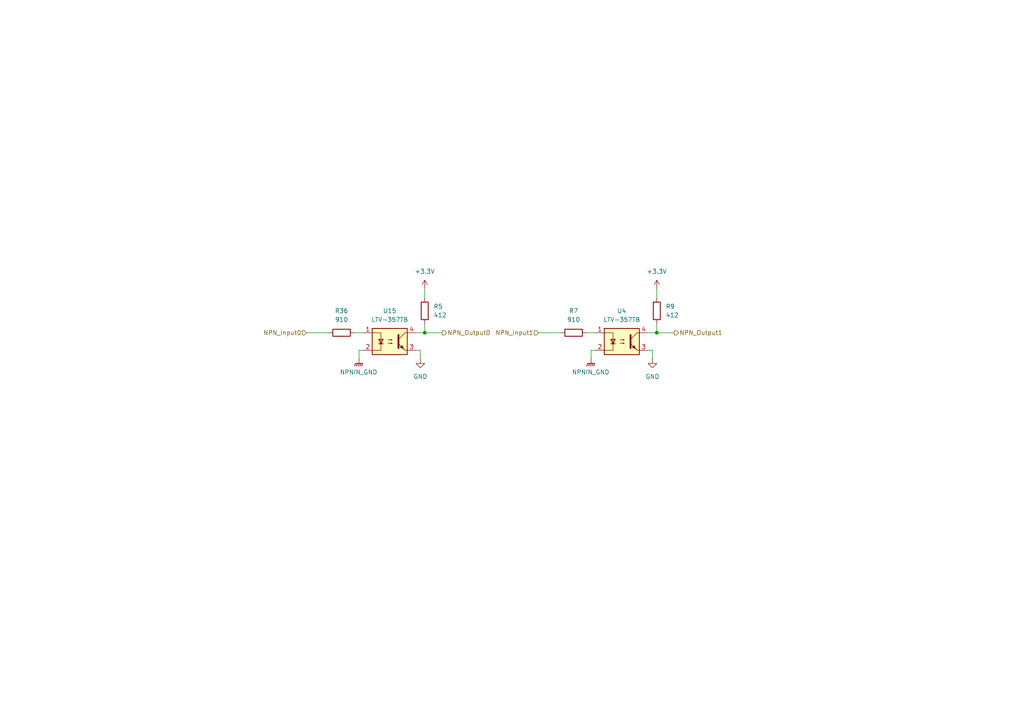
<source format=kicad_sch>
(kicad_sch
	(version 20250114)
	(generator "eeschema")
	(generator_version "9.0")
	(uuid "7efdc362-bb89-49bb-9e12-8599c529ea76")
	(paper "A4")
	(lib_symbols
		(symbol "Device:R"
			(pin_numbers
				(hide yes)
			)
			(pin_names
				(offset 0)
			)
			(exclude_from_sim no)
			(in_bom yes)
			(on_board yes)
			(property "Reference" "R"
				(at 2.032 0 90)
				(effects
					(font
						(size 1.27 1.27)
					)
				)
			)
			(property "Value" "R"
				(at 0 0 90)
				(effects
					(font
						(size 1.27 1.27)
					)
				)
			)
			(property "Footprint" ""
				(at -1.778 0 90)
				(effects
					(font
						(size 1.27 1.27)
					)
					(hide yes)
				)
			)
			(property "Datasheet" "~"
				(at 0 0 0)
				(effects
					(font
						(size 1.27 1.27)
					)
					(hide yes)
				)
			)
			(property "Description" "Resistor"
				(at 0 0 0)
				(effects
					(font
						(size 1.27 1.27)
					)
					(hide yes)
				)
			)
			(property "ki_keywords" "R res resistor"
				(at 0 0 0)
				(effects
					(font
						(size 1.27 1.27)
					)
					(hide yes)
				)
			)
			(property "ki_fp_filters" "R_*"
				(at 0 0 0)
				(effects
					(font
						(size 1.27 1.27)
					)
					(hide yes)
				)
			)
			(symbol "R_0_1"
				(rectangle
					(start -1.016 -2.54)
					(end 1.016 2.54)
					(stroke
						(width 0.254)
						(type default)
					)
					(fill
						(type none)
					)
				)
			)
			(symbol "R_1_1"
				(pin passive line
					(at 0 3.81 270)
					(length 1.27)
					(name "~"
						(effects
							(font
								(size 1.27 1.27)
							)
						)
					)
					(number "1"
						(effects
							(font
								(size 1.27 1.27)
							)
						)
					)
				)
				(pin passive line
					(at 0 -3.81 90)
					(length 1.27)
					(name "~"
						(effects
							(font
								(size 1.27 1.27)
							)
						)
					)
					(number "2"
						(effects
							(font
								(size 1.27 1.27)
							)
						)
					)
				)
			)
			(embedded_fonts no)
		)
		(symbol "Isolator:LTV-357T"
			(pin_names
				(offset 1.016)
			)
			(exclude_from_sim no)
			(in_bom yes)
			(on_board yes)
			(property "Reference" "U"
				(at -5.334 4.826 0)
				(effects
					(font
						(size 1.27 1.27)
					)
					(justify left)
				)
			)
			(property "Value" "LTV-357T"
				(at 0 5.08 0)
				(effects
					(font
						(size 1.27 1.27)
					)
					(justify left)
				)
			)
			(property "Footprint" "Package_SO:SO-4_4.4x3.6mm_P2.54mm"
				(at -5.08 -5.08 0)
				(effects
					(font
						(size 1.27 1.27)
						(italic yes)
					)
					(justify left)
					(hide yes)
				)
			)
			(property "Datasheet" "https://www.buerklin.com/medias/sys_master/download/download/h91/ha0/8892020588574.pdf"
				(at 0 0 0)
				(effects
					(font
						(size 1.27 1.27)
					)
					(justify left)
					(hide yes)
				)
			)
			(property "Description" "DC Optocoupler, Vce 35V, CTR 50%, SO-4"
				(at 0 0 0)
				(effects
					(font
						(size 1.27 1.27)
					)
					(hide yes)
				)
			)
			(property "ki_keywords" "NPN DC Optocoupler"
				(at 0 0 0)
				(effects
					(font
						(size 1.27 1.27)
					)
					(hide yes)
				)
			)
			(property "ki_fp_filters" "SO*4.4x3.6mm*P2.54mm*"
				(at 0 0 0)
				(effects
					(font
						(size 1.27 1.27)
					)
					(hide yes)
				)
			)
			(symbol "LTV-357T_0_1"
				(rectangle
					(start -5.08 3.81)
					(end 5.08 -3.81)
					(stroke
						(width 0.254)
						(type default)
					)
					(fill
						(type background)
					)
				)
				(polyline
					(pts
						(xy -5.08 2.54) (xy -2.54 2.54) (xy -2.54 -0.762)
					)
					(stroke
						(width 0)
						(type default)
					)
					(fill
						(type none)
					)
				)
				(polyline
					(pts
						(xy -3.175 -0.635) (xy -1.905 -0.635)
					)
					(stroke
						(width 0.254)
						(type default)
					)
					(fill
						(type none)
					)
				)
				(polyline
					(pts
						(xy -2.54 -0.635) (xy -2.54 -2.54) (xy -5.08 -2.54)
					)
					(stroke
						(width 0)
						(type default)
					)
					(fill
						(type none)
					)
				)
				(polyline
					(pts
						(xy -2.54 -0.635) (xy -3.175 0.635) (xy -1.905 0.635) (xy -2.54 -0.635)
					)
					(stroke
						(width 0.254)
						(type default)
					)
					(fill
						(type none)
					)
				)
				(polyline
					(pts
						(xy -0.508 0.508) (xy 0.762 0.508) (xy 0.381 0.381) (xy 0.381 0.635) (xy 0.762 0.508)
					)
					(stroke
						(width 0)
						(type default)
					)
					(fill
						(type none)
					)
				)
				(polyline
					(pts
						(xy -0.508 -0.508) (xy 0.762 -0.508) (xy 0.381 -0.635) (xy 0.381 -0.381) (xy 0.762 -0.508)
					)
					(stroke
						(width 0)
						(type default)
					)
					(fill
						(type none)
					)
				)
				(polyline
					(pts
						(xy 2.54 1.905) (xy 2.54 -1.905) (xy 2.54 -1.905)
					)
					(stroke
						(width 0.508)
						(type default)
					)
					(fill
						(type none)
					)
				)
				(polyline
					(pts
						(xy 2.54 0.635) (xy 4.445 2.54)
					)
					(stroke
						(width 0)
						(type default)
					)
					(fill
						(type none)
					)
				)
				(polyline
					(pts
						(xy 3.048 -1.651) (xy 3.556 -1.143) (xy 4.064 -2.159) (xy 3.048 -1.651) (xy 3.048 -1.651)
					)
					(stroke
						(width 0)
						(type default)
					)
					(fill
						(type outline)
					)
				)
				(polyline
					(pts
						(xy 4.445 2.54) (xy 5.08 2.54)
					)
					(stroke
						(width 0)
						(type default)
					)
					(fill
						(type none)
					)
				)
				(polyline
					(pts
						(xy 4.445 -2.54) (xy 2.54 -0.635)
					)
					(stroke
						(width 0)
						(type default)
					)
					(fill
						(type outline)
					)
				)
				(polyline
					(pts
						(xy 4.445 -2.54) (xy 5.08 -2.54)
					)
					(stroke
						(width 0)
						(type default)
					)
					(fill
						(type none)
					)
				)
			)
			(symbol "LTV-357T_1_1"
				(pin passive line
					(at -7.62 2.54 0)
					(length 2.54)
					(name "~"
						(effects
							(font
								(size 1.27 1.27)
							)
						)
					)
					(number "1"
						(effects
							(font
								(size 1.27 1.27)
							)
						)
					)
				)
				(pin passive line
					(at -7.62 -2.54 0)
					(length 2.54)
					(name "~"
						(effects
							(font
								(size 1.27 1.27)
							)
						)
					)
					(number "2"
						(effects
							(font
								(size 1.27 1.27)
							)
						)
					)
				)
				(pin passive line
					(at 7.62 2.54 180)
					(length 2.54)
					(name "~"
						(effects
							(font
								(size 1.27 1.27)
							)
						)
					)
					(number "4"
						(effects
							(font
								(size 1.27 1.27)
							)
						)
					)
				)
				(pin passive line
					(at 7.62 -2.54 180)
					(length 2.54)
					(name "~"
						(effects
							(font
								(size 1.27 1.27)
							)
						)
					)
					(number "3"
						(effects
							(font
								(size 1.27 1.27)
							)
						)
					)
				)
			)
			(embedded_fonts no)
		)
		(symbol "power:+3.3V"
			(power)
			(pin_numbers
				(hide yes)
			)
			(pin_names
				(offset 0)
				(hide yes)
			)
			(exclude_from_sim no)
			(in_bom yes)
			(on_board yes)
			(property "Reference" "#PWR"
				(at 0 -3.81 0)
				(effects
					(font
						(size 1.27 1.27)
					)
					(hide yes)
				)
			)
			(property "Value" "+3.3V"
				(at 0 3.556 0)
				(effects
					(font
						(size 1.27 1.27)
					)
				)
			)
			(property "Footprint" ""
				(at 0 0 0)
				(effects
					(font
						(size 1.27 1.27)
					)
					(hide yes)
				)
			)
			(property "Datasheet" ""
				(at 0 0 0)
				(effects
					(font
						(size 1.27 1.27)
					)
					(hide yes)
				)
			)
			(property "Description" "Power symbol creates a global label with name \"+3.3V\""
				(at 0 0 0)
				(effects
					(font
						(size 1.27 1.27)
					)
					(hide yes)
				)
			)
			(property "ki_keywords" "global power"
				(at 0 0 0)
				(effects
					(font
						(size 1.27 1.27)
					)
					(hide yes)
				)
			)
			(symbol "+3.3V_0_1"
				(polyline
					(pts
						(xy -0.762 1.27) (xy 0 2.54)
					)
					(stroke
						(width 0)
						(type default)
					)
					(fill
						(type none)
					)
				)
				(polyline
					(pts
						(xy 0 2.54) (xy 0.762 1.27)
					)
					(stroke
						(width 0)
						(type default)
					)
					(fill
						(type none)
					)
				)
				(polyline
					(pts
						(xy 0 0) (xy 0 2.54)
					)
					(stroke
						(width 0)
						(type default)
					)
					(fill
						(type none)
					)
				)
			)
			(symbol "+3.3V_1_1"
				(pin power_in line
					(at 0 0 90)
					(length 0)
					(name "~"
						(effects
							(font
								(size 1.27 1.27)
							)
						)
					)
					(number "1"
						(effects
							(font
								(size 1.27 1.27)
							)
						)
					)
				)
			)
			(embedded_fonts no)
		)
		(symbol "power:GND"
			(power)
			(pin_numbers
				(hide yes)
			)
			(pin_names
				(offset 0)
				(hide yes)
			)
			(exclude_from_sim no)
			(in_bom yes)
			(on_board yes)
			(property "Reference" "#PWR"
				(at 0 -6.35 0)
				(effects
					(font
						(size 1.27 1.27)
					)
					(hide yes)
				)
			)
			(property "Value" "GND"
				(at 0 -3.81 0)
				(effects
					(font
						(size 1.27 1.27)
					)
				)
			)
			(property "Footprint" ""
				(at 0 0 0)
				(effects
					(font
						(size 1.27 1.27)
					)
					(hide yes)
				)
			)
			(property "Datasheet" ""
				(at 0 0 0)
				(effects
					(font
						(size 1.27 1.27)
					)
					(hide yes)
				)
			)
			(property "Description" "Power symbol creates a global label with name \"GND\" , ground"
				(at 0 0 0)
				(effects
					(font
						(size 1.27 1.27)
					)
					(hide yes)
				)
			)
			(property "ki_keywords" "global power"
				(at 0 0 0)
				(effects
					(font
						(size 1.27 1.27)
					)
					(hide yes)
				)
			)
			(symbol "GND_0_1"
				(polyline
					(pts
						(xy 0 0) (xy 0 -1.27) (xy 1.27 -1.27) (xy 0 -2.54) (xy -1.27 -1.27) (xy 0 -1.27)
					)
					(stroke
						(width 0)
						(type default)
					)
					(fill
						(type none)
					)
				)
			)
			(symbol "GND_1_1"
				(pin power_in line
					(at 0 0 270)
					(length 0)
					(name "~"
						(effects
							(font
								(size 1.27 1.27)
							)
						)
					)
					(number "1"
						(effects
							(font
								(size 1.27 1.27)
							)
						)
					)
				)
			)
			(embedded_fonts no)
		)
		(symbol "power:GNDPWR"
			(power)
			(pin_numbers
				(hide yes)
			)
			(pin_names
				(offset 0)
				(hide yes)
			)
			(exclude_from_sim no)
			(in_bom yes)
			(on_board yes)
			(property "Reference" "#PWR"
				(at 0 -5.08 0)
				(effects
					(font
						(size 1.27 1.27)
					)
					(hide yes)
				)
			)
			(property "Value" "GNDPWR"
				(at 0 -3.302 0)
				(effects
					(font
						(size 1.27 1.27)
					)
				)
			)
			(property "Footprint" ""
				(at 0 -1.27 0)
				(effects
					(font
						(size 1.27 1.27)
					)
					(hide yes)
				)
			)
			(property "Datasheet" ""
				(at 0 -1.27 0)
				(effects
					(font
						(size 1.27 1.27)
					)
					(hide yes)
				)
			)
			(property "Description" "Power symbol creates a global label with name \"GNDPWR\" , global ground"
				(at 0 0 0)
				(effects
					(font
						(size 1.27 1.27)
					)
					(hide yes)
				)
			)
			(property "ki_keywords" "global ground"
				(at 0 0 0)
				(effects
					(font
						(size 1.27 1.27)
					)
					(hide yes)
				)
			)
			(symbol "GNDPWR_0_1"
				(polyline
					(pts
						(xy -1.016 -1.27) (xy -1.27 -2.032) (xy -1.27 -2.032)
					)
					(stroke
						(width 0.2032)
						(type default)
					)
					(fill
						(type none)
					)
				)
				(polyline
					(pts
						(xy -0.508 -1.27) (xy -0.762 -2.032) (xy -0.762 -2.032)
					)
					(stroke
						(width 0.2032)
						(type default)
					)
					(fill
						(type none)
					)
				)
				(polyline
					(pts
						(xy 0 -1.27) (xy 0 0)
					)
					(stroke
						(width 0)
						(type default)
					)
					(fill
						(type none)
					)
				)
				(polyline
					(pts
						(xy 0 -1.27) (xy -0.254 -2.032) (xy -0.254 -2.032)
					)
					(stroke
						(width 0.2032)
						(type default)
					)
					(fill
						(type none)
					)
				)
				(polyline
					(pts
						(xy 0.508 -1.27) (xy 0.254 -2.032) (xy 0.254 -2.032)
					)
					(stroke
						(width 0.2032)
						(type default)
					)
					(fill
						(type none)
					)
				)
				(polyline
					(pts
						(xy 1.016 -1.27) (xy -1.016 -1.27) (xy -1.016 -1.27)
					)
					(stroke
						(width 0.2032)
						(type default)
					)
					(fill
						(type none)
					)
				)
				(polyline
					(pts
						(xy 1.016 -1.27) (xy 0.762 -2.032) (xy 0.762 -2.032) (xy 0.762 -2.032)
					)
					(stroke
						(width 0.2032)
						(type default)
					)
					(fill
						(type none)
					)
				)
			)
			(symbol "GNDPWR_1_1"
				(pin power_in line
					(at 0 0 270)
					(length 0)
					(name "~"
						(effects
							(font
								(size 1.27 1.27)
							)
						)
					)
					(number "1"
						(effects
							(font
								(size 1.27 1.27)
							)
						)
					)
				)
			)
			(embedded_fonts no)
		)
	)
	(junction
		(at 123.19 96.52)
		(diameter 0)
		(color 0 0 0 0)
		(uuid "b1b978f1-fa1d-4e75-9127-2f4490200879")
	)
	(junction
		(at 190.5 96.52)
		(diameter 0)
		(color 0 0 0 0)
		(uuid "b4911714-ef9b-4b3d-b966-46cfe924297b")
	)
	(wire
		(pts
			(xy 171.45 101.6) (xy 172.72 101.6)
		)
		(stroke
			(width 0)
			(type default)
		)
		(uuid "063126ca-eb74-4f8f-b519-52d8416eb5d6")
	)
	(wire
		(pts
			(xy 123.19 83.82) (xy 123.19 86.36)
		)
		(stroke
			(width 0)
			(type default)
		)
		(uuid "14803e49-15b9-4418-b396-2d7ff9cc4ae8")
	)
	(wire
		(pts
			(xy 120.65 96.52) (xy 123.19 96.52)
		)
		(stroke
			(width 0)
			(type default)
		)
		(uuid "1930bfa6-b368-4906-ad0c-96f3c1ebe656")
	)
	(wire
		(pts
			(xy 189.23 104.14) (xy 189.23 101.6)
		)
		(stroke
			(width 0)
			(type default)
		)
		(uuid "1ab37dd1-94cb-4c29-acf7-f6cc932df4fb")
	)
	(wire
		(pts
			(xy 104.14 104.14) (xy 104.14 101.6)
		)
		(stroke
			(width 0)
			(type default)
		)
		(uuid "1f5af47b-76e1-43be-a844-ceb1e2570136")
	)
	(wire
		(pts
			(xy 190.5 83.82) (xy 190.5 86.36)
		)
		(stroke
			(width 0)
			(type default)
		)
		(uuid "25fd4bb0-6b30-432e-90c6-c78de663bf81")
	)
	(wire
		(pts
			(xy 171.45 104.14) (xy 171.45 101.6)
		)
		(stroke
			(width 0)
			(type default)
		)
		(uuid "35ce0b78-3284-4427-81ff-e3532219e6a3")
	)
	(wire
		(pts
			(xy 190.5 96.52) (xy 190.5 93.98)
		)
		(stroke
			(width 0)
			(type default)
		)
		(uuid "4df29b95-11d5-49f7-a654-a858d9145199")
	)
	(wire
		(pts
			(xy 123.19 96.52) (xy 123.19 93.98)
		)
		(stroke
			(width 0)
			(type default)
		)
		(uuid "606537c3-0642-4452-9cce-f55a9c7a598b")
	)
	(wire
		(pts
			(xy 121.92 104.14) (xy 121.92 101.6)
		)
		(stroke
			(width 0)
			(type default)
		)
		(uuid "8e36cf4a-8e99-44f3-9714-8add7b6d57cd")
	)
	(wire
		(pts
			(xy 102.87 96.52) (xy 105.41 96.52)
		)
		(stroke
			(width 0)
			(type default)
		)
		(uuid "a84a1947-6c21-48d9-873b-6e52f77801f9")
	)
	(wire
		(pts
			(xy 187.96 101.6) (xy 189.23 101.6)
		)
		(stroke
			(width 0)
			(type default)
		)
		(uuid "b1230356-9c18-4a6d-9709-cf6f4bf06b73")
	)
	(wire
		(pts
			(xy 123.19 96.52) (xy 128.27 96.52)
		)
		(stroke
			(width 0)
			(type default)
		)
		(uuid "b2ccd228-9799-4bb3-a76c-cd6c83687921")
	)
	(wire
		(pts
			(xy 104.14 101.6) (xy 105.41 101.6)
		)
		(stroke
			(width 0)
			(type default)
		)
		(uuid "b7d3c28c-5669-4f36-a00c-2dd3556ac253")
	)
	(wire
		(pts
			(xy 187.96 96.52) (xy 190.5 96.52)
		)
		(stroke
			(width 0)
			(type default)
		)
		(uuid "c2440d70-1ca6-42bb-95a8-84265b5465cd")
	)
	(wire
		(pts
			(xy 120.65 101.6) (xy 121.92 101.6)
		)
		(stroke
			(width 0)
			(type default)
		)
		(uuid "cecff3f3-2ac3-4679-a000-d3f6155a4fc4")
	)
	(wire
		(pts
			(xy 88.9 96.52) (xy 95.25 96.52)
		)
		(stroke
			(width 0)
			(type default)
		)
		(uuid "d2783b0c-f711-43c5-8dc8-d2854e9461fe")
	)
	(wire
		(pts
			(xy 156.21 96.52) (xy 162.56 96.52)
		)
		(stroke
			(width 0)
			(type default)
		)
		(uuid "d629a8ca-7895-43df-b846-e89868fec62a")
	)
	(wire
		(pts
			(xy 190.5 96.52) (xy 195.58 96.52)
		)
		(stroke
			(width 0)
			(type default)
		)
		(uuid "f59ef55b-1f49-4c71-b9bf-5ed730537685")
	)
	(wire
		(pts
			(xy 170.18 96.52) (xy 172.72 96.52)
		)
		(stroke
			(width 0)
			(type default)
		)
		(uuid "fec118de-df19-43cc-b135-cde888ffbd1c")
	)
	(hierarchical_label "NPN_Input1"
		(shape input)
		(at 156.21 96.52 180)
		(effects
			(font
				(size 1.27 1.27)
			)
			(justify right)
		)
		(uuid "2456ac9b-037a-4560-b664-114d69ef5f0e")
	)
	(hierarchical_label "NPN_Input0"
		(shape input)
		(at 88.9 96.52 180)
		(effects
			(font
				(size 1.27 1.27)
			)
			(justify right)
		)
		(uuid "7bf1a91f-93d6-4c40-84fb-0d3071f89775")
	)
	(hierarchical_label "NPN_Output0"
		(shape output)
		(at 128.27 96.52 0)
		(effects
			(font
				(size 1.27 1.27)
			)
			(justify left)
		)
		(uuid "e2844a4b-eb0e-49ce-a252-49694760a569")
	)
	(hierarchical_label "NPN_Output1"
		(shape output)
		(at 195.58 96.52 0)
		(effects
			(font
				(size 1.27 1.27)
			)
			(justify left)
		)
		(uuid "e7853f4b-dd63-4357-b713-78502c139c83")
	)
	(symbol
		(lib_id "power:GNDPWR")
		(at 104.14 104.14 0)
		(unit 1)
		(exclude_from_sim no)
		(in_bom yes)
		(on_board yes)
		(dnp no)
		(fields_autoplaced yes)
		(uuid "3caa5aca-b9de-4308-8931-af8754804b91")
		(property "Reference" "#PWR0101"
			(at 104.14 109.22 0)
			(effects
				(font
					(size 1.27 1.27)
				)
				(hide yes)
			)
		)
		(property "Value" "NPNIN_GND"
			(at 104.013 107.95 0)
			(effects
				(font
					(size 1.27 1.27)
				)
			)
		)
		(property "Footprint" ""
			(at 104.14 105.41 0)
			(effects
				(font
					(size 1.27 1.27)
				)
				(hide yes)
			)
		)
		(property "Datasheet" ""
			(at 104.14 105.41 0)
			(effects
				(font
					(size 1.27 1.27)
				)
				(hide yes)
			)
		)
		(property "Description" "Power symbol creates a global label with name \"GNDPWR\" , global ground"
			(at 104.14 104.14 0)
			(effects
				(font
					(size 1.27 1.27)
				)
				(hide yes)
			)
		)
		(pin "1"
			(uuid "14dc37e6-5262-48ad-929b-16ffcbb4d992")
		)
		(instances
			(project "NIVARA"
				(path "/8290cc18-06d0-4e02-a781-29a61ebc321a/9e4d7a0c-a5eb-4e88-9036-0c35e68b279a/d622ea12-fe2d-4cf1-abd0-941db96d5f54"
					(reference "#PWR0101")
					(unit 1)
				)
			)
		)
	)
	(symbol
		(lib_id "power:GND")
		(at 121.92 104.14 0)
		(unit 1)
		(exclude_from_sim no)
		(in_bom yes)
		(on_board yes)
		(dnp no)
		(fields_autoplaced yes)
		(uuid "54c0ad1a-953e-4579-9b77-ae2c5309bfc3")
		(property "Reference" "#PWR0102"
			(at 121.92 110.49 0)
			(effects
				(font
					(size 1.27 1.27)
				)
				(hide yes)
			)
		)
		(property "Value" "GND"
			(at 121.92 109.22 0)
			(effects
				(font
					(size 1.27 1.27)
				)
			)
		)
		(property "Footprint" ""
			(at 121.92 104.14 0)
			(effects
				(font
					(size 1.27 1.27)
				)
				(hide yes)
			)
		)
		(property "Datasheet" ""
			(at 121.92 104.14 0)
			(effects
				(font
					(size 1.27 1.27)
				)
				(hide yes)
			)
		)
		(property "Description" "Power symbol creates a global label with name \"GND\" , ground"
			(at 121.92 104.14 0)
			(effects
				(font
					(size 1.27 1.27)
				)
				(hide yes)
			)
		)
		(pin "1"
			(uuid "ed23d08f-80bc-4a32-b01f-f7783e51e2c8")
		)
		(instances
			(project "NIVARA"
				(path "/8290cc18-06d0-4e02-a781-29a61ebc321a/9e4d7a0c-a5eb-4e88-9036-0c35e68b279a/d622ea12-fe2d-4cf1-abd0-941db96d5f54"
					(reference "#PWR0102")
					(unit 1)
				)
			)
		)
	)
	(symbol
		(lib_id "power:+3.3V")
		(at 190.5 83.82 0)
		(unit 1)
		(exclude_from_sim no)
		(in_bom yes)
		(on_board yes)
		(dnp no)
		(fields_autoplaced yes)
		(uuid "67b06975-ff14-4b9c-a3a7-352ad56452e4")
		(property "Reference" "#PWR032"
			(at 190.5 87.63 0)
			(effects
				(font
					(size 1.27 1.27)
				)
				(hide yes)
			)
		)
		(property "Value" "+3.3V"
			(at 190.5 78.74 0)
			(effects
				(font
					(size 1.27 1.27)
				)
			)
		)
		(property "Footprint" ""
			(at 190.5 83.82 0)
			(effects
				(font
					(size 1.27 1.27)
				)
				(hide yes)
			)
		)
		(property "Datasheet" ""
			(at 190.5 83.82 0)
			(effects
				(font
					(size 1.27 1.27)
				)
				(hide yes)
			)
		)
		(property "Description" "Power symbol creates a global label with name \"+3.3V\""
			(at 190.5 83.82 0)
			(effects
				(font
					(size 1.27 1.27)
				)
				(hide yes)
			)
		)
		(pin "1"
			(uuid "28bdfde1-7583-4fbf-956f-41a285643c42")
		)
		(instances
			(project "NIVARA"
				(path "/8290cc18-06d0-4e02-a781-29a61ebc321a/9e4d7a0c-a5eb-4e88-9036-0c35e68b279a/d622ea12-fe2d-4cf1-abd0-941db96d5f54"
					(reference "#PWR032")
					(unit 1)
				)
			)
		)
	)
	(symbol
		(lib_id "Device:R")
		(at 166.37 96.52 90)
		(unit 1)
		(exclude_from_sim no)
		(in_bom yes)
		(on_board yes)
		(dnp no)
		(fields_autoplaced yes)
		(uuid "83b3df02-6141-43ac-9569-621f000bbd39")
		(property "Reference" "R7"
			(at 166.37 90.17 90)
			(effects
				(font
					(size 1.27 1.27)
				)
			)
		)
		(property "Value" "910"
			(at 166.37 92.71 90)
			(effects
				(font
					(size 1.27 1.27)
				)
			)
		)
		(property "Footprint" "Resistor_SMD:R_0603_1608Metric"
			(at 166.37 98.298 90)
			(effects
				(font
					(size 1.27 1.27)
				)
				(hide yes)
			)
		)
		(property "Datasheet" "~"
			(at 166.37 96.52 0)
			(effects
				(font
					(size 1.27 1.27)
				)
				(hide yes)
			)
		)
		(property "Description" "Resistor"
			(at 166.37 96.52 0)
			(effects
				(font
					(size 1.27 1.27)
				)
				(hide yes)
			)
		)
		(property "LCSC#" "C114670"
			(at 166.37 96.52 90)
			(effects
				(font
					(size 1.27 1.27)
				)
				(hide yes)
			)
		)
		(pin "1"
			(uuid "086cf230-b114-43b5-aecf-d9e24df40992")
		)
		(pin "2"
			(uuid "ba869ee3-1253-40b3-9dfd-c6199f24a9d7")
		)
		(instances
			(project "NIVARA"
				(path "/8290cc18-06d0-4e02-a781-29a61ebc321a/9e4d7a0c-a5eb-4e88-9036-0c35e68b279a/d622ea12-fe2d-4cf1-abd0-941db96d5f54"
					(reference "R7")
					(unit 1)
				)
			)
		)
	)
	(symbol
		(lib_id "Device:R")
		(at 123.19 90.17 180)
		(unit 1)
		(exclude_from_sim no)
		(in_bom yes)
		(on_board yes)
		(dnp no)
		(fields_autoplaced yes)
		(uuid "a5b64f97-30fc-42b9-b5c2-9ab9975ec60f")
		(property "Reference" "R5"
			(at 125.73 88.8999 0)
			(effects
				(font
					(size 1.27 1.27)
				)
				(justify right)
			)
		)
		(property "Value" "412"
			(at 125.73 91.4399 0)
			(effects
				(font
					(size 1.27 1.27)
				)
				(justify right)
			)
		)
		(property "Footprint" ""
			(at 124.968 90.17 90)
			(effects
				(font
					(size 1.27 1.27)
				)
				(hide yes)
			)
		)
		(property "Datasheet" "~"
			(at 123.19 90.17 0)
			(effects
				(font
					(size 1.27 1.27)
				)
				(hide yes)
			)
		)
		(property "Description" "Resistor"
			(at 123.19 90.17 0)
			(effects
				(font
					(size 1.27 1.27)
				)
				(hide yes)
			)
		)
		(pin "1"
			(uuid "b289aa6c-fdb7-4c69-9f91-19b5dc579df6")
		)
		(pin "2"
			(uuid "9969d41e-fd5e-4117-98cb-370c603ffe7e")
		)
		(instances
			(project "NIVARA"
				(path "/8290cc18-06d0-4e02-a781-29a61ebc321a/9e4d7a0c-a5eb-4e88-9036-0c35e68b279a/d622ea12-fe2d-4cf1-abd0-941db96d5f54"
					(reference "R5")
					(unit 1)
				)
			)
		)
	)
	(symbol
		(lib_id "power:GNDPWR")
		(at 171.45 104.14 0)
		(unit 1)
		(exclude_from_sim no)
		(in_bom yes)
		(on_board yes)
		(dnp no)
		(fields_autoplaced yes)
		(uuid "a8819379-5eb1-4f2e-a43b-d81fa936d953")
		(property "Reference" "#PWR030"
			(at 171.45 109.22 0)
			(effects
				(font
					(size 1.27 1.27)
				)
				(hide yes)
			)
		)
		(property "Value" "NPNIN_GND"
			(at 171.323 107.95 0)
			(effects
				(font
					(size 1.27 1.27)
				)
			)
		)
		(property "Footprint" ""
			(at 171.45 105.41 0)
			(effects
				(font
					(size 1.27 1.27)
				)
				(hide yes)
			)
		)
		(property "Datasheet" ""
			(at 171.45 105.41 0)
			(effects
				(font
					(size 1.27 1.27)
				)
				(hide yes)
			)
		)
		(property "Description" "Power symbol creates a global label with name \"GNDPWR\" , global ground"
			(at 171.45 104.14 0)
			(effects
				(font
					(size 1.27 1.27)
				)
				(hide yes)
			)
		)
		(pin "1"
			(uuid "9b818417-60ae-4c03-97a7-618270a4b914")
		)
		(instances
			(project "NIVARA"
				(path "/8290cc18-06d0-4e02-a781-29a61ebc321a/9e4d7a0c-a5eb-4e88-9036-0c35e68b279a/d622ea12-fe2d-4cf1-abd0-941db96d5f54"
					(reference "#PWR030")
					(unit 1)
				)
			)
		)
	)
	(symbol
		(lib_id "Isolator:LTV-357T")
		(at 113.03 99.06 0)
		(unit 1)
		(exclude_from_sim no)
		(in_bom yes)
		(on_board yes)
		(dnp no)
		(fields_autoplaced yes)
		(uuid "b2fa5c26-bbd3-4db2-b952-f1ca26024f3a")
		(property "Reference" "U15"
			(at 113.03 90.17 0)
			(effects
				(font
					(size 1.27 1.27)
				)
			)
		)
		(property "Value" "LTV-357TB"
			(at 113.03 92.71 0)
			(effects
				(font
					(size 1.27 1.27)
				)
			)
		)
		(property "Footprint" "Package_SO:SO-4_4.4x3.6mm_P2.54mm"
			(at 107.95 104.14 0)
			(effects
				(font
					(size 1.27 1.27)
					(italic yes)
				)
				(justify left)
				(hide yes)
			)
		)
		(property "Datasheet" "https://www.buerklin.com/medias/sys_master/download/download/h91/ha0/8892020588574.pdf"
			(at 113.03 99.06 0)
			(effects
				(font
					(size 1.27 1.27)
				)
				(justify left)
				(hide yes)
			)
		)
		(property "Description" "DC Optocoupler, Vce 35V, CTR 50%, SO-4"
			(at 113.03 99.06 0)
			(effects
				(font
					(size 1.27 1.27)
				)
				(hide yes)
			)
		)
		(pin "3"
			(uuid "fae7e194-a150-4b2e-b8be-acbdc9c61e1b")
		)
		(pin "1"
			(uuid "47b519a8-dc43-45bb-a75c-d3a0b1ccc95a")
		)
		(pin "2"
			(uuid "7e7931be-f989-4c4f-94ee-1c6fd68172a1")
		)
		(pin "4"
			(uuid "5fc757c5-cc5c-4c43-8e2d-1c0354db5dc0")
		)
		(instances
			(project "NIVARA"
				(path "/8290cc18-06d0-4e02-a781-29a61ebc321a/9e4d7a0c-a5eb-4e88-9036-0c35e68b279a/d622ea12-fe2d-4cf1-abd0-941db96d5f54"
					(reference "U15")
					(unit 1)
				)
			)
		)
	)
	(symbol
		(lib_id "power:+3.3V")
		(at 123.19 83.82 0)
		(unit 1)
		(exclude_from_sim no)
		(in_bom yes)
		(on_board yes)
		(dnp no)
		(fields_autoplaced yes)
		(uuid "b6525b2a-8a76-4403-bb42-8a032ac5046a")
		(property "Reference" "#PWR0103"
			(at 123.19 87.63 0)
			(effects
				(font
					(size 1.27 1.27)
				)
				(hide yes)
			)
		)
		(property "Value" "+3.3V"
			(at 123.19 78.74 0)
			(effects
				(font
					(size 1.27 1.27)
				)
			)
		)
		(property "Footprint" ""
			(at 123.19 83.82 0)
			(effects
				(font
					(size 1.27 1.27)
				)
				(hide yes)
			)
		)
		(property "Datasheet" ""
			(at 123.19 83.82 0)
			(effects
				(font
					(size 1.27 1.27)
				)
				(hide yes)
			)
		)
		(property "Description" "Power symbol creates a global label with name \"+3.3V\""
			(at 123.19 83.82 0)
			(effects
				(font
					(size 1.27 1.27)
				)
				(hide yes)
			)
		)
		(pin "1"
			(uuid "c18fd532-d3e6-42b3-af61-c7194ee06852")
		)
		(instances
			(project "NIVARA"
				(path "/8290cc18-06d0-4e02-a781-29a61ebc321a/9e4d7a0c-a5eb-4e88-9036-0c35e68b279a/d622ea12-fe2d-4cf1-abd0-941db96d5f54"
					(reference "#PWR0103")
					(unit 1)
				)
			)
		)
	)
	(symbol
		(lib_id "power:GND")
		(at 189.23 104.14 0)
		(unit 1)
		(exclude_from_sim no)
		(in_bom yes)
		(on_board yes)
		(dnp no)
		(fields_autoplaced yes)
		(uuid "bb1cc529-cd99-4947-ab1d-bec200cfc162")
		(property "Reference" "#PWR031"
			(at 189.23 110.49 0)
			(effects
				(font
					(size 1.27 1.27)
				)
				(hide yes)
			)
		)
		(property "Value" "GND"
			(at 189.23 109.22 0)
			(effects
				(font
					(size 1.27 1.27)
				)
			)
		)
		(property "Footprint" ""
			(at 189.23 104.14 0)
			(effects
				(font
					(size 1.27 1.27)
				)
				(hide yes)
			)
		)
		(property "Datasheet" ""
			(at 189.23 104.14 0)
			(effects
				(font
					(size 1.27 1.27)
				)
				(hide yes)
			)
		)
		(property "Description" "Power symbol creates a global label with name \"GND\" , ground"
			(at 189.23 104.14 0)
			(effects
				(font
					(size 1.27 1.27)
				)
				(hide yes)
			)
		)
		(pin "1"
			(uuid "d2f01e2c-14a2-4084-9779-32db6a42726f")
		)
		(instances
			(project "NIVARA"
				(path "/8290cc18-06d0-4e02-a781-29a61ebc321a/9e4d7a0c-a5eb-4e88-9036-0c35e68b279a/d622ea12-fe2d-4cf1-abd0-941db96d5f54"
					(reference "#PWR031")
					(unit 1)
				)
			)
		)
	)
	(symbol
		(lib_id "Device:R")
		(at 99.06 96.52 90)
		(unit 1)
		(exclude_from_sim no)
		(in_bom yes)
		(on_board yes)
		(dnp no)
		(fields_autoplaced yes)
		(uuid "ca3c2ca2-e507-4035-af88-cc947bab56e2")
		(property "Reference" "R36"
			(at 99.06 90.17 90)
			(effects
				(font
					(size 1.27 1.27)
				)
			)
		)
		(property "Value" "910"
			(at 99.06 92.71 90)
			(effects
				(font
					(size 1.27 1.27)
				)
			)
		)
		(property "Footprint" "Resistor_SMD:R_0603_1608Metric"
			(at 99.06 98.298 90)
			(effects
				(font
					(size 1.27 1.27)
				)
				(hide yes)
			)
		)
		(property "Datasheet" "~"
			(at 99.06 96.52 0)
			(effects
				(font
					(size 1.27 1.27)
				)
				(hide yes)
			)
		)
		(property "Description" "Resistor"
			(at 99.06 96.52 0)
			(effects
				(font
					(size 1.27 1.27)
				)
				(hide yes)
			)
		)
		(property "LCSC#" "C114670"
			(at 99.06 96.52 90)
			(effects
				(font
					(size 1.27 1.27)
				)
				(hide yes)
			)
		)
		(pin "1"
			(uuid "6f8869d3-c643-4227-9403-8c1098641c08")
		)
		(pin "2"
			(uuid "179dc1d5-eda6-4218-9744-83b9543b41c8")
		)
		(instances
			(project "NIVARA"
				(path "/8290cc18-06d0-4e02-a781-29a61ebc321a/9e4d7a0c-a5eb-4e88-9036-0c35e68b279a/d622ea12-fe2d-4cf1-abd0-941db96d5f54"
					(reference "R36")
					(unit 1)
				)
			)
		)
	)
	(symbol
		(lib_id "Device:R")
		(at 190.5 90.17 180)
		(unit 1)
		(exclude_from_sim no)
		(in_bom yes)
		(on_board yes)
		(dnp no)
		(fields_autoplaced yes)
		(uuid "db074201-ecb2-42fa-aed1-9646ed26f0a6")
		(property "Reference" "R9"
			(at 193.04 88.8999 0)
			(effects
				(font
					(size 1.27 1.27)
				)
				(justify right)
			)
		)
		(property "Value" "412"
			(at 193.04 91.4399 0)
			(effects
				(font
					(size 1.27 1.27)
				)
				(justify right)
			)
		)
		(property "Footprint" ""
			(at 192.278 90.17 90)
			(effects
				(font
					(size 1.27 1.27)
				)
				(hide yes)
			)
		)
		(property "Datasheet" "~"
			(at 190.5 90.17 0)
			(effects
				(font
					(size 1.27 1.27)
				)
				(hide yes)
			)
		)
		(property "Description" "Resistor"
			(at 190.5 90.17 0)
			(effects
				(font
					(size 1.27 1.27)
				)
				(hide yes)
			)
		)
		(pin "1"
			(uuid "edcbf229-27b2-46d0-a9a9-2372352431b9")
		)
		(pin "2"
			(uuid "2bb98575-08d0-4617-b713-188714b6bcf3")
		)
		(instances
			(project "NIVARA"
				(path "/8290cc18-06d0-4e02-a781-29a61ebc321a/9e4d7a0c-a5eb-4e88-9036-0c35e68b279a/d622ea12-fe2d-4cf1-abd0-941db96d5f54"
					(reference "R9")
					(unit 1)
				)
			)
		)
	)
	(symbol
		(lib_id "Isolator:LTV-357T")
		(at 180.34 99.06 0)
		(unit 1)
		(exclude_from_sim no)
		(in_bom yes)
		(on_board yes)
		(dnp no)
		(fields_autoplaced yes)
		(uuid "fdbb2d1f-6726-414b-96f2-2571435d2571")
		(property "Reference" "U4"
			(at 180.34 90.17 0)
			(effects
				(font
					(size 1.27 1.27)
				)
			)
		)
		(property "Value" "LTV-357TB"
			(at 180.34 92.71 0)
			(effects
				(font
					(size 1.27 1.27)
				)
			)
		)
		(property "Footprint" "Package_SO:SO-4_4.4x3.6mm_P2.54mm"
			(at 175.26 104.14 0)
			(effects
				(font
					(size 1.27 1.27)
					(italic yes)
				)
				(justify left)
				(hide yes)
			)
		)
		(property "Datasheet" "https://www.buerklin.com/medias/sys_master/download/download/h91/ha0/8892020588574.pdf"
			(at 180.34 99.06 0)
			(effects
				(font
					(size 1.27 1.27)
				)
				(justify left)
				(hide yes)
			)
		)
		(property "Description" "DC Optocoupler, Vce 35V, CTR 50%, SO-4"
			(at 180.34 99.06 0)
			(effects
				(font
					(size 1.27 1.27)
				)
				(hide yes)
			)
		)
		(pin "3"
			(uuid "057ac0e0-2a4c-4405-82ff-64288d76565b")
		)
		(pin "1"
			(uuid "8ba5971f-a246-4c17-a7e6-ded2fd521125")
		)
		(pin "2"
			(uuid "1252e7e2-7184-4c56-b07d-61c5c98ab279")
		)
		(pin "4"
			(uuid "24bda9d4-dd45-4da8-b2f1-807b2da1167e")
		)
		(instances
			(project "NIVARA"
				(path "/8290cc18-06d0-4e02-a781-29a61ebc321a/9e4d7a0c-a5eb-4e88-9036-0c35e68b279a/d622ea12-fe2d-4cf1-abd0-941db96d5f54"
					(reference "U4")
					(unit 1)
				)
			)
		)
	)
)

</source>
